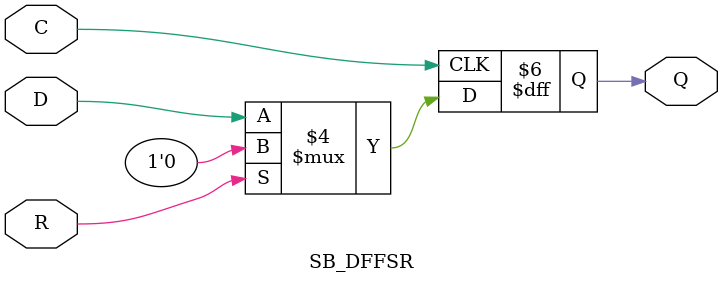
<source format=v>
module SB_DFFSR (output Q, input C, R, D);
	reg Q = 0;
	always @(posedge C)
		if (R)
			Q <= 0;
		else
			Q <= D;
endmodule

</source>
